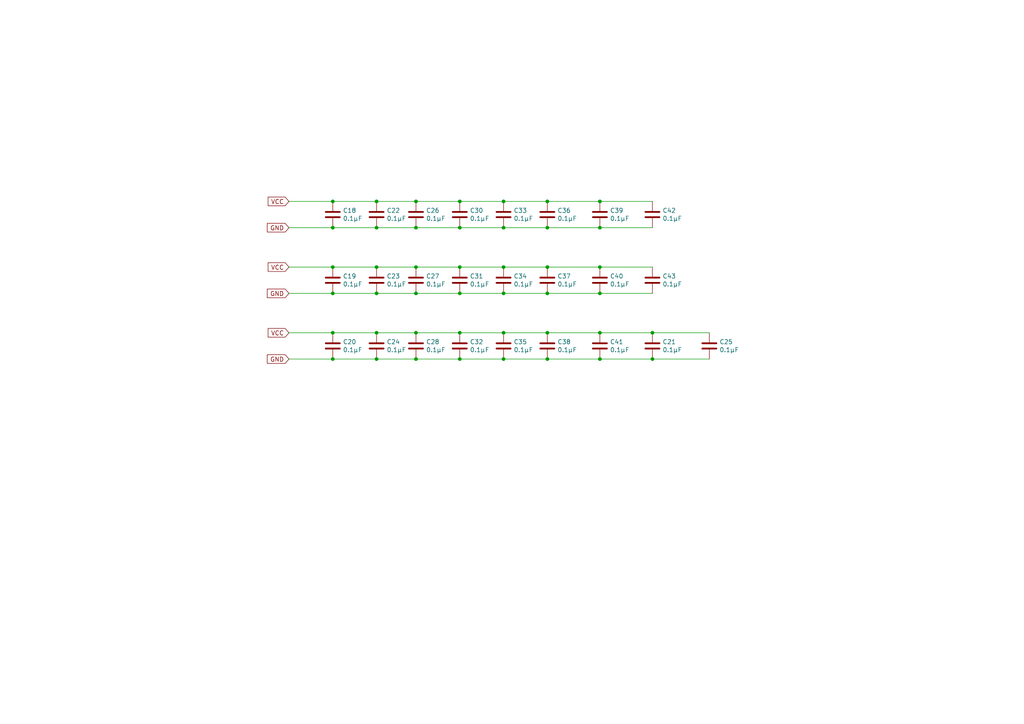
<source format=kicad_sch>
(kicad_sch (version 20211123) (generator eeschema)

  (uuid 880ba432-c50a-4b2f-a9a6-c3c488611a8e)

  (paper "A4")

  (lib_symbols
    (symbol "Device:C" (pin_numbers hide) (pin_names (offset 0.254)) (in_bom yes) (on_board yes)
      (property "Reference" "C" (id 0) (at 0.635 2.54 0)
        (effects (font (size 1.27 1.27)) (justify left))
      )
      (property "Value" "C" (id 1) (at 0.635 -2.54 0)
        (effects (font (size 1.27 1.27)) (justify left))
      )
      (property "Footprint" "" (id 2) (at 0.9652 -3.81 0)
        (effects (font (size 1.27 1.27)) hide)
      )
      (property "Datasheet" "~" (id 3) (at 0 0 0)
        (effects (font (size 1.27 1.27)) hide)
      )
      (property "ki_keywords" "cap capacitor" (id 4) (at 0 0 0)
        (effects (font (size 1.27 1.27)) hide)
      )
      (property "ki_description" "Unpolarized capacitor" (id 5) (at 0 0 0)
        (effects (font (size 1.27 1.27)) hide)
      )
      (property "ki_fp_filters" "C_*" (id 6) (at 0 0 0)
        (effects (font (size 1.27 1.27)) hide)
      )
      (symbol "C_0_1"
        (polyline
          (pts
            (xy -2.032 -0.762)
            (xy 2.032 -0.762)
          )
          (stroke (width 0.508) (type default) (color 0 0 0 0))
          (fill (type none))
        )
        (polyline
          (pts
            (xy -2.032 0.762)
            (xy 2.032 0.762)
          )
          (stroke (width 0.508) (type default) (color 0 0 0 0))
          (fill (type none))
        )
      )
      (symbol "C_1_1"
        (pin passive line (at 0 3.81 270) (length 2.794)
          (name "~" (effects (font (size 1.27 1.27))))
          (number "1" (effects (font (size 1.27 1.27))))
        )
        (pin passive line (at 0 -3.81 90) (length 2.794)
          (name "~" (effects (font (size 1.27 1.27))))
          (number "2" (effects (font (size 1.27 1.27))))
        )
      )
    )
  )

  (junction (at 173.99 85.09) (diameter 0) (color 0 0 0 0)
    (uuid 022588e0-b13d-437f-9bcd-269592ad2f45)
  )
  (junction (at 146.05 77.47) (diameter 0) (color 0 0 0 0)
    (uuid 036b8512-01d7-4ae8-9424-98a629a13916)
  )
  (junction (at 120.65 85.09) (diameter 0) (color 0 0 0 0)
    (uuid 07067c34-b193-4bcc-8190-0c57a59672eb)
  )
  (junction (at 173.99 96.52) (diameter 0) (color 0 0 0 0)
    (uuid 10dda8f1-14f0-446d-8ea7-81df64918feb)
  )
  (junction (at 109.22 104.14) (diameter 0) (color 0 0 0 0)
    (uuid 11ea1c47-8880-4fac-a338-56dc8fefb047)
  )
  (junction (at 109.22 58.42) (diameter 0) (color 0 0 0 0)
    (uuid 13c9edbf-ab0f-4e5e-abd7-cb71a5bf87c6)
  )
  (junction (at 96.52 66.04) (diameter 0) (color 0 0 0 0)
    (uuid 143cd98e-d241-4adb-8e38-e0bbbb18bcaa)
  )
  (junction (at 120.65 77.47) (diameter 0) (color 0 0 0 0)
    (uuid 16ba8369-95ab-4a20-a222-c5f04dcbaf42)
  )
  (junction (at 120.65 58.42) (diameter 0) (color 0 0 0 0)
    (uuid 185fa3f1-1de2-4428-9b51-b1ee823256cb)
  )
  (junction (at 146.05 58.42) (diameter 0) (color 0 0 0 0)
    (uuid 214d6226-3348-429a-b28a-d46a173557ea)
  )
  (junction (at 146.05 104.14) (diameter 0) (color 0 0 0 0)
    (uuid 22007492-0955-49b9-aba5-ba108046ec8c)
  )
  (junction (at 173.99 58.42) (diameter 0) (color 0 0 0 0)
    (uuid 2a72fbc5-e712-4285-8bc9-65a5a2b25e3d)
  )
  (junction (at 109.22 96.52) (diameter 0) (color 0 0 0 0)
    (uuid 2f79b45c-a332-472d-bc41-f58511c6b165)
  )
  (junction (at 120.65 104.14) (diameter 0) (color 0 0 0 0)
    (uuid 37502108-2b28-4507-ab87-1303c1350c7b)
  )
  (junction (at 96.52 96.52) (diameter 0) (color 0 0 0 0)
    (uuid 383eddb9-0218-4782-b725-55439cf98f8c)
  )
  (junction (at 133.35 85.09) (diameter 0) (color 0 0 0 0)
    (uuid 480a702d-a1ac-40af-9585-0034553e6350)
  )
  (junction (at 146.05 96.52) (diameter 0) (color 0 0 0 0)
    (uuid 4cb1769b-3ada-4056-9b23-6697076152db)
  )
  (junction (at 109.22 66.04) (diameter 0) (color 0 0 0 0)
    (uuid 52a3a5a3-e713-4d78-af0b-4522e02272d9)
  )
  (junction (at 189.23 96.52) (diameter 0) (color 0 0 0 0)
    (uuid 54a3f7bd-8838-44a0-932f-9a4c99be2a61)
  )
  (junction (at 189.23 104.14) (diameter 0) (color 0 0 0 0)
    (uuid 61bc4bcb-3563-4b18-96e2-a419574ed3f5)
  )
  (junction (at 146.05 85.09) (diameter 0) (color 0 0 0 0)
    (uuid 655370de-bd34-4907-8ca8-be3c06ec68ac)
  )
  (junction (at 133.35 96.52) (diameter 0) (color 0 0 0 0)
    (uuid 65a31600-988a-4b5c-91a6-993c9e6e7139)
  )
  (junction (at 158.75 96.52) (diameter 0) (color 0 0 0 0)
    (uuid 69aea7f8-a831-4163-9467-4da4756a6361)
  )
  (junction (at 173.99 66.04) (diameter 0) (color 0 0 0 0)
    (uuid 6ce6ab32-0e55-4b5a-a665-941342973e5a)
  )
  (junction (at 158.75 104.14) (diameter 0) (color 0 0 0 0)
    (uuid 6f37ec1e-5ad3-479c-9ed2-3de6142dc42f)
  )
  (junction (at 96.52 58.42) (diameter 0) (color 0 0 0 0)
    (uuid 75a2dcd3-f42f-4845-94c2-372f857d4215)
  )
  (junction (at 158.75 77.47) (diameter 0) (color 0 0 0 0)
    (uuid 77ca074f-5c0b-445f-8438-fca5403fe42d)
  )
  (junction (at 96.52 104.14) (diameter 0) (color 0 0 0 0)
    (uuid 818162f0-7088-4588-ba3c-976a300420af)
  )
  (junction (at 173.99 104.14) (diameter 0) (color 0 0 0 0)
    (uuid 872e537f-1674-49a5-b2c1-e9244eb53643)
  )
  (junction (at 109.22 77.47) (diameter 0) (color 0 0 0 0)
    (uuid 8fdfa8dd-47a9-47f2-ae99-4ae68b49f013)
  )
  (junction (at 133.35 58.42) (diameter 0) (color 0 0 0 0)
    (uuid 939875b7-4ee1-4e8d-9f3f-1531879577e2)
  )
  (junction (at 158.75 66.04) (diameter 0) (color 0 0 0 0)
    (uuid 9bcd2878-10cf-472e-a1fd-71c1805987cf)
  )
  (junction (at 133.35 66.04) (diameter 0) (color 0 0 0 0)
    (uuid a18ce9ee-c2fc-447e-8fff-9e1e71300619)
  )
  (junction (at 109.22 85.09) (diameter 0) (color 0 0 0 0)
    (uuid a3aee7a6-0b89-43d3-890d-469217b0e0ba)
  )
  (junction (at 133.35 104.14) (diameter 0) (color 0 0 0 0)
    (uuid afb4dc57-44f0-4104-973f-7939094c9f14)
  )
  (junction (at 96.52 77.47) (diameter 0) (color 0 0 0 0)
    (uuid b1ed9efb-ecca-4eab-9082-788166da5fb1)
  )
  (junction (at 146.05 66.04) (diameter 0) (color 0 0 0 0)
    (uuid b9bdee76-c9f4-40f5-a41c-7a6ed68f108c)
  )
  (junction (at 158.75 58.42) (diameter 0) (color 0 0 0 0)
    (uuid c96a5cf7-4086-4138-aa83-e67b5d83f714)
  )
  (junction (at 96.52 85.09) (diameter 0) (color 0 0 0 0)
    (uuid d0eeefca-2008-465d-b17e-fe68762a961f)
  )
  (junction (at 120.65 96.52) (diameter 0) (color 0 0 0 0)
    (uuid d3ed3a63-2204-4727-b617-fe8577de5a2d)
  )
  (junction (at 133.35 77.47) (diameter 0) (color 0 0 0 0)
    (uuid ed28890b-dae6-4e1b-9345-4d50f6e2842f)
  )
  (junction (at 158.75 85.09) (diameter 0) (color 0 0 0 0)
    (uuid f289db53-328c-47da-abea-179bbf876232)
  )
  (junction (at 173.99 77.47) (diameter 0) (color 0 0 0 0)
    (uuid fcdd94e9-17c9-4fd7-80c5-d262fc6d37bb)
  )
  (junction (at 120.65 66.04) (diameter 0) (color 0 0 0 0)
    (uuid fd92efa1-1552-4631-9087-ed01ff830b16)
  )

  (wire (pts (xy 158.75 85.09) (xy 173.99 85.09))
    (stroke (width 0) (type default) (color 0 0 0 0))
    (uuid 011fc6bd-e7cb-4071-a1d2-f8a1eca69168)
  )
  (wire (pts (xy 109.22 58.42) (xy 120.65 58.42))
    (stroke (width 0) (type default) (color 0 0 0 0))
    (uuid 0cbf7c08-ad4e-4707-9ea8-15a023aebec3)
  )
  (wire (pts (xy 83.82 85.09) (xy 96.52 85.09))
    (stroke (width 0) (type default) (color 0 0 0 0))
    (uuid 0d1cbb31-5464-433a-9655-36c4f062bc4b)
  )
  (wire (pts (xy 146.05 77.47) (xy 158.75 77.47))
    (stroke (width 0) (type default) (color 0 0 0 0))
    (uuid 1032086f-40cf-4a4b-90d9-e4e1fa5ef4b4)
  )
  (wire (pts (xy 133.35 77.47) (xy 146.05 77.47))
    (stroke (width 0) (type default) (color 0 0 0 0))
    (uuid 20600580-c0b1-4dc1-ae50-e9587f54d359)
  )
  (wire (pts (xy 173.99 66.04) (xy 189.23 66.04))
    (stroke (width 0) (type default) (color 0 0 0 0))
    (uuid 21d127de-8af5-4d67-bee3-714d5b8b9cc4)
  )
  (wire (pts (xy 109.22 104.14) (xy 120.65 104.14))
    (stroke (width 0) (type default) (color 0 0 0 0))
    (uuid 23353379-a930-409b-aa7c-d29820afafbd)
  )
  (wire (pts (xy 146.05 66.04) (xy 158.75 66.04))
    (stroke (width 0) (type default) (color 0 0 0 0))
    (uuid 25b84217-1b2c-403c-82dd-dd0b27f79c31)
  )
  (wire (pts (xy 133.35 85.09) (xy 146.05 85.09))
    (stroke (width 0) (type default) (color 0 0 0 0))
    (uuid 2a83413a-6337-4302-97c8-0ecd1106e7f3)
  )
  (wire (pts (xy 96.52 66.04) (xy 109.22 66.04))
    (stroke (width 0) (type default) (color 0 0 0 0))
    (uuid 2f50f7c0-6612-43d1-a259-1dfd1fef1298)
  )
  (wire (pts (xy 173.99 104.14) (xy 189.23 104.14))
    (stroke (width 0) (type default) (color 0 0 0 0))
    (uuid 3647f299-acdd-4daf-a99c-28635f573437)
  )
  (wire (pts (xy 96.52 104.14) (xy 109.22 104.14))
    (stroke (width 0) (type default) (color 0 0 0 0))
    (uuid 3a885871-015c-499b-a1d3-b84195095fc7)
  )
  (wire (pts (xy 146.05 96.52) (xy 158.75 96.52))
    (stroke (width 0) (type default) (color 0 0 0 0))
    (uuid 3ed2bd3c-5098-4937-9e45-75ccca522d6b)
  )
  (wire (pts (xy 189.23 104.14) (xy 205.74 104.14))
    (stroke (width 0) (type default) (color 0 0 0 0))
    (uuid 431cda09-502a-4478-9a72-544b5b31e882)
  )
  (wire (pts (xy 83.82 66.04) (xy 96.52 66.04))
    (stroke (width 0) (type default) (color 0 0 0 0))
    (uuid 45f0cb1c-4985-416b-8747-faea2a2643af)
  )
  (wire (pts (xy 83.82 104.14) (xy 96.52 104.14))
    (stroke (width 0) (type default) (color 0 0 0 0))
    (uuid 4711a164-c77c-4f6a-853c-37761102f3cf)
  )
  (wire (pts (xy 133.35 58.42) (xy 146.05 58.42))
    (stroke (width 0) (type default) (color 0 0 0 0))
    (uuid 48d0d741-bfa4-4f11-ae9f-367490396969)
  )
  (wire (pts (xy 158.75 66.04) (xy 173.99 66.04))
    (stroke (width 0) (type default) (color 0 0 0 0))
    (uuid 515824bf-03d8-49cc-acba-7fc50cd35a17)
  )
  (wire (pts (xy 173.99 58.42) (xy 189.23 58.42))
    (stroke (width 0) (type default) (color 0 0 0 0))
    (uuid 5b2643ee-88a5-4933-a722-50cbd901a5cf)
  )
  (wire (pts (xy 83.82 58.42) (xy 96.52 58.42))
    (stroke (width 0) (type default) (color 0 0 0 0))
    (uuid 5ee8cd1e-4cad-486e-8310-ac9a25926b7c)
  )
  (wire (pts (xy 158.75 104.14) (xy 173.99 104.14))
    (stroke (width 0) (type default) (color 0 0 0 0))
    (uuid 62985acd-3af1-4d76-9511-76ab223b026f)
  )
  (wire (pts (xy 146.05 104.14) (xy 158.75 104.14))
    (stroke (width 0) (type default) (color 0 0 0 0))
    (uuid 6ab46ec1-36a1-49e5-b4a7-6a23b53c3882)
  )
  (wire (pts (xy 158.75 58.42) (xy 173.99 58.42))
    (stroke (width 0) (type default) (color 0 0 0 0))
    (uuid 6de417c4-bbd8-4baa-9d56-4b30a455e9c2)
  )
  (wire (pts (xy 120.65 96.52) (xy 133.35 96.52))
    (stroke (width 0) (type default) (color 0 0 0 0))
    (uuid 78e1aefb-c867-4fd5-8894-afd84cfae35d)
  )
  (wire (pts (xy 109.22 77.47) (xy 120.65 77.47))
    (stroke (width 0) (type default) (color 0 0 0 0))
    (uuid 7d3538ba-8c1d-4b31-8c26-332f004a66b4)
  )
  (wire (pts (xy 133.35 96.52) (xy 146.05 96.52))
    (stroke (width 0) (type default) (color 0 0 0 0))
    (uuid 7fba9bc4-e2fc-44db-becb-824fa6b8bfd4)
  )
  (wire (pts (xy 120.65 66.04) (xy 133.35 66.04))
    (stroke (width 0) (type default) (color 0 0 0 0))
    (uuid 850be0da-daf7-4941-890b-6033e5b9949a)
  )
  (wire (pts (xy 83.82 96.52) (xy 96.52 96.52))
    (stroke (width 0) (type default) (color 0 0 0 0))
    (uuid 86009623-7ac8-4978-80ef-a88341abc73b)
  )
  (wire (pts (xy 158.75 96.52) (xy 173.99 96.52))
    (stroke (width 0) (type default) (color 0 0 0 0))
    (uuid 899dc87f-c173-422f-baae-91407167e130)
  )
  (wire (pts (xy 96.52 96.52) (xy 109.22 96.52))
    (stroke (width 0) (type default) (color 0 0 0 0))
    (uuid 8c11e7ec-5b3a-4ce8-907d-0c3c7a56d260)
  )
  (wire (pts (xy 120.65 77.47) (xy 133.35 77.47))
    (stroke (width 0) (type default) (color 0 0 0 0))
    (uuid 93805ac1-5511-4b97-b528-5ded5985246e)
  )
  (wire (pts (xy 83.82 77.47) (xy 96.52 77.47))
    (stroke (width 0) (type default) (color 0 0 0 0))
    (uuid 9919273f-c910-496e-8488-4b7a73407272)
  )
  (wire (pts (xy 146.05 85.09) (xy 158.75 85.09))
    (stroke (width 0) (type default) (color 0 0 0 0))
    (uuid a035b958-9e1d-48d1-995e-9de4d0511a05)
  )
  (wire (pts (xy 173.99 96.52) (xy 189.23 96.52))
    (stroke (width 0) (type default) (color 0 0 0 0))
    (uuid a19e9908-adfd-4956-930a-af07cee75959)
  )
  (wire (pts (xy 158.75 77.47) (xy 173.99 77.47))
    (stroke (width 0) (type default) (color 0 0 0 0))
    (uuid a524fc8f-8ade-4cb9-a3b4-3aa2fc51d32e)
  )
  (wire (pts (xy 109.22 66.04) (xy 120.65 66.04))
    (stroke (width 0) (type default) (color 0 0 0 0))
    (uuid c16e794b-f798-4dc8-9327-6ed8af66fc09)
  )
  (wire (pts (xy 96.52 58.42) (xy 109.22 58.42))
    (stroke (width 0) (type default) (color 0 0 0 0))
    (uuid c7bc51cd-515e-4367-ab8a-c044266252d0)
  )
  (wire (pts (xy 120.65 104.14) (xy 133.35 104.14))
    (stroke (width 0) (type default) (color 0 0 0 0))
    (uuid d1f9c65f-de01-47f2-ba4a-abbe15e4014e)
  )
  (wire (pts (xy 120.65 58.42) (xy 133.35 58.42))
    (stroke (width 0) (type default) (color 0 0 0 0))
    (uuid d25393d8-853d-4730-8877-120beda1dfef)
  )
  (wire (pts (xy 96.52 77.47) (xy 109.22 77.47))
    (stroke (width 0) (type default) (color 0 0 0 0))
    (uuid e1a69590-8f29-4d86-b839-def932359d56)
  )
  (wire (pts (xy 189.23 96.52) (xy 205.74 96.52))
    (stroke (width 0) (type default) (color 0 0 0 0))
    (uuid e61c85fe-5e7d-4363-afd0-6f19adce864b)
  )
  (wire (pts (xy 146.05 58.42) (xy 158.75 58.42))
    (stroke (width 0) (type default) (color 0 0 0 0))
    (uuid e8597d5f-e0bb-4d0f-ade4-44ca6c12c3d1)
  )
  (wire (pts (xy 109.22 85.09) (xy 120.65 85.09))
    (stroke (width 0) (type default) (color 0 0 0 0))
    (uuid ec53828e-8f84-4d57-89ec-f3dfe58594da)
  )
  (wire (pts (xy 109.22 96.52) (xy 120.65 96.52))
    (stroke (width 0) (type default) (color 0 0 0 0))
    (uuid f55b6ce7-6069-4bae-a7df-8f42f38a098d)
  )
  (wire (pts (xy 96.52 85.09) (xy 109.22 85.09))
    (stroke (width 0) (type default) (color 0 0 0 0))
    (uuid f6531c14-dda4-4ea4-8b95-9269eda40691)
  )
  (wire (pts (xy 173.99 85.09) (xy 189.23 85.09))
    (stroke (width 0) (type default) (color 0 0 0 0))
    (uuid f74945b1-5f4c-4768-a2f8-0fe6543c9c3e)
  )
  (wire (pts (xy 133.35 104.14) (xy 146.05 104.14))
    (stroke (width 0) (type default) (color 0 0 0 0))
    (uuid f8326d52-f3d1-4639-a238-1cad6d0096e2)
  )
  (wire (pts (xy 173.99 77.47) (xy 189.23 77.47))
    (stroke (width 0) (type default) (color 0 0 0 0))
    (uuid f8c5a038-0e62-4b1b-93a0-866aa9be0c8f)
  )
  (wire (pts (xy 133.35 66.04) (xy 146.05 66.04))
    (stroke (width 0) (type default) (color 0 0 0 0))
    (uuid fb9d936b-7529-4cdc-9e50-64ef15b6fdc1)
  )
  (wire (pts (xy 120.65 85.09) (xy 133.35 85.09))
    (stroke (width 0) (type default) (color 0 0 0 0))
    (uuid ffb37e21-aabd-4773-91e8-844a832dbde9)
  )

  (global_label "VCC" (shape input) (at 83.82 77.47 180) (fields_autoplaced)
    (effects (font (size 1.27 1.27)) (justify right))
    (uuid 0f2ae6fb-e917-45cd-a52a-30c6be887bc5)
    (property "Intersheet References" "${INTERSHEET_REFS}" (id 0) (at 22.86 -85.09 0)
      (effects (font (size 1.27 1.27)) hide)
    )
  )
  (global_label "GND" (shape input) (at 83.82 66.04 180) (fields_autoplaced)
    (effects (font (size 1.27 1.27)) (justify right))
    (uuid 2cfc4d8d-11d8-46a5-9811-89e52e5150ee)
    (property "Intersheet References" "${INTERSHEET_REFS}" (id 0) (at 22.86 -104.14 0)
      (effects (font (size 1.27 1.27)) hide)
    )
  )
  (global_label "VCC" (shape input) (at 83.82 96.52 180) (fields_autoplaced)
    (effects (font (size 1.27 1.27)) (justify right))
    (uuid 6a3904f3-8abc-47bd-8fbc-6ea304d803f4)
    (property "Intersheet References" "${INTERSHEET_REFS}" (id 0) (at 22.86 -66.04 0)
      (effects (font (size 1.27 1.27)) hide)
    )
  )
  (global_label "GND" (shape input) (at 83.82 85.09 180) (fields_autoplaced)
    (effects (font (size 1.27 1.27)) (justify right))
    (uuid bd63eadf-7782-406e-9dd5-16b8427d2a9d)
    (property "Intersheet References" "${INTERSHEET_REFS}" (id 0) (at 22.86 -85.09 0)
      (effects (font (size 1.27 1.27)) hide)
    )
  )
  (global_label "VCC" (shape input) (at 83.82 58.42 180) (fields_autoplaced)
    (effects (font (size 1.27 1.27)) (justify right))
    (uuid bdf521cd-0cd6-4292-bcef-621d830b7f64)
    (property "Intersheet References" "${INTERSHEET_REFS}" (id 0) (at 22.86 -104.14 0)
      (effects (font (size 1.27 1.27)) hide)
    )
  )
  (global_label "GND" (shape input) (at 83.82 104.14 180) (fields_autoplaced)
    (effects (font (size 1.27 1.27)) (justify right))
    (uuid eff80dff-0e4c-4acd-8821-af2ff0b209ea)
    (property "Intersheet References" "${INTERSHEET_REFS}" (id 0) (at 22.86 -66.04 0)
      (effects (font (size 1.27 1.27)) hide)
    )
  )

  (symbol (lib_id "Device:C") (at 109.22 62.23 0) (unit 1)
    (in_bom yes) (on_board yes)
    (uuid 02c61f55-28d9-4cae-8788-a761ecd2bc95)
    (property "Reference" "C22" (id 0) (at 112.141 61.0616 0)
      (effects (font (size 1.27 1.27)) (justify left))
    )
    (property "Value" "0.1µF" (id 1) (at 112.141 63.373 0)
      (effects (font (size 1.27 1.27)) (justify left))
    )
    (property "Footprint" "Capacitor_THT:C_Axial_L3.8mm_D2.6mm_P7.50mm_Horizontal" (id 2) (at 110.1852 66.04 0)
      (effects (font (size 1.27 1.27)) hide)
    )
    (property "Datasheet" "~" (id 3) (at 109.22 62.23 0)
      (effects (font (size 1.27 1.27)) hide)
    )
    (pin "1" (uuid cd6133ce-3f09-4e05-8b2e-56d13caafed7))
    (pin "2" (uuid d3ec83ce-c079-49ef-9c38-defae90f8217))
  )

  (symbol (lib_id "Device:C") (at 96.52 100.33 0) (unit 1)
    (in_bom yes) (on_board yes)
    (uuid 0a725fda-6c71-49c2-93e3-ffb52c84e666)
    (property "Reference" "C20" (id 0) (at 99.441 99.1616 0)
      (effects (font (size 1.27 1.27)) (justify left))
    )
    (property "Value" "0.1µF" (id 1) (at 99.441 101.473 0)
      (effects (font (size 1.27 1.27)) (justify left))
    )
    (property "Footprint" "Capacitor_THT:C_Axial_L3.8mm_D2.6mm_P7.50mm_Horizontal" (id 2) (at 97.4852 104.14 0)
      (effects (font (size 1.27 1.27)) hide)
    )
    (property "Datasheet" "~" (id 3) (at 96.52 100.33 0)
      (effects (font (size 1.27 1.27)) hide)
    )
    (pin "1" (uuid f7ca0fa8-4a41-4858-81a0-09d21da98c81))
    (pin "2" (uuid def8c608-222a-4f9f-8fde-c4873846e653))
  )

  (symbol (lib_id "Device:C") (at 158.75 62.23 0) (unit 1)
    (in_bom yes) (on_board yes)
    (uuid 0f2ecd22-8cf6-411a-acd1-dc5143c98339)
    (property "Reference" "C36" (id 0) (at 161.671 61.0616 0)
      (effects (font (size 1.27 1.27)) (justify left))
    )
    (property "Value" "0.1µF" (id 1) (at 161.671 63.373 0)
      (effects (font (size 1.27 1.27)) (justify left))
    )
    (property "Footprint" "Capacitor_THT:C_Axial_L3.8mm_D2.6mm_P7.50mm_Horizontal" (id 2) (at 159.7152 66.04 0)
      (effects (font (size 1.27 1.27)) hide)
    )
    (property "Datasheet" "~" (id 3) (at 158.75 62.23 0)
      (effects (font (size 1.27 1.27)) hide)
    )
    (pin "1" (uuid c70433da-518d-4f6f-b70f-f65588b23fca))
    (pin "2" (uuid 15a8a489-4ac5-45c9-8e53-b1e871050f21))
  )

  (symbol (lib_id "Device:C") (at 146.05 100.33 0) (unit 1)
    (in_bom yes) (on_board yes)
    (uuid 1e0c96f1-4cb0-4ec4-a8da-0efa97d35534)
    (property "Reference" "C35" (id 0) (at 148.971 99.1616 0)
      (effects (font (size 1.27 1.27)) (justify left))
    )
    (property "Value" "0.1µF" (id 1) (at 148.971 101.473 0)
      (effects (font (size 1.27 1.27)) (justify left))
    )
    (property "Footprint" "Capacitor_THT:C_Axial_L3.8mm_D2.6mm_P7.50mm_Horizontal" (id 2) (at 147.0152 104.14 0)
      (effects (font (size 1.27 1.27)) hide)
    )
    (property "Datasheet" "~" (id 3) (at 146.05 100.33 0)
      (effects (font (size 1.27 1.27)) hide)
    )
    (pin "1" (uuid ea2a5664-b0d4-4223-b91e-89fc4e4db5eb))
    (pin "2" (uuid 606af7ad-77da-44f5-802d-adfc626edc22))
  )

  (symbol (lib_id "Device:C") (at 96.52 62.23 0) (unit 1)
    (in_bom yes) (on_board yes)
    (uuid 226a4932-4bd3-4d3e-8af3-331e4b111269)
    (property "Reference" "C18" (id 0) (at 99.441 61.0616 0)
      (effects (font (size 1.27 1.27)) (justify left))
    )
    (property "Value" "0.1µF" (id 1) (at 99.441 63.373 0)
      (effects (font (size 1.27 1.27)) (justify left))
    )
    (property "Footprint" "Capacitor_THT:C_Axial_L3.8mm_D2.6mm_P7.50mm_Horizontal" (id 2) (at 97.4852 66.04 0)
      (effects (font (size 1.27 1.27)) hide)
    )
    (property "Datasheet" "~" (id 3) (at 96.52 62.23 0)
      (effects (font (size 1.27 1.27)) hide)
    )
    (pin "1" (uuid 5bfe1e3a-f3eb-4795-be00-cb24530fa3ee))
    (pin "2" (uuid d88a69b3-9a87-4ca4-b861-7d00e0163a7e))
  )

  (symbol (lib_id "Device:C") (at 109.22 100.33 0) (unit 1)
    (in_bom yes) (on_board yes)
    (uuid 22b6af12-1c41-4ee9-83dd-68e965ec3579)
    (property "Reference" "C24" (id 0) (at 112.141 99.1616 0)
      (effects (font (size 1.27 1.27)) (justify left))
    )
    (property "Value" "0.1µF" (id 1) (at 112.141 101.473 0)
      (effects (font (size 1.27 1.27)) (justify left))
    )
    (property "Footprint" "Capacitor_THT:C_Axial_L3.8mm_D2.6mm_P7.50mm_Horizontal" (id 2) (at 110.1852 104.14 0)
      (effects (font (size 1.27 1.27)) hide)
    )
    (property "Datasheet" "~" (id 3) (at 109.22 100.33 0)
      (effects (font (size 1.27 1.27)) hide)
    )
    (pin "1" (uuid e3304c32-85bb-47dc-bff0-30361c6ad72f))
    (pin "2" (uuid 296dd259-ff52-41d2-ab92-14031e680d6f))
  )

  (symbol (lib_id "Device:C") (at 173.99 100.33 0) (unit 1)
    (in_bom yes) (on_board yes)
    (uuid 286c7be9-8fd0-4483-9b0e-097282ec6bb7)
    (property "Reference" "C41" (id 0) (at 176.911 99.1616 0)
      (effects (font (size 1.27 1.27)) (justify left))
    )
    (property "Value" "0.1µF" (id 1) (at 176.911 101.473 0)
      (effects (font (size 1.27 1.27)) (justify left))
    )
    (property "Footprint" "Capacitor_THT:C_Axial_L3.8mm_D2.6mm_P7.50mm_Horizontal" (id 2) (at 174.9552 104.14 0)
      (effects (font (size 1.27 1.27)) hide)
    )
    (property "Datasheet" "~" (id 3) (at 173.99 100.33 0)
      (effects (font (size 1.27 1.27)) hide)
    )
    (pin "1" (uuid 730b84ae-4989-4f2a-b7fc-c033185601a5))
    (pin "2" (uuid 39095696-7d74-4250-9b9e-a8a6c38f5c37))
  )

  (symbol (lib_id "Device:C") (at 189.23 100.33 0) (unit 1)
    (in_bom yes) (on_board yes)
    (uuid 29ec951d-8b3f-4aa5-8da3-398e1e6a8889)
    (property "Reference" "C21" (id 0) (at 192.151 99.1616 0)
      (effects (font (size 1.27 1.27)) (justify left))
    )
    (property "Value" "0.1µF" (id 1) (at 192.151 101.473 0)
      (effects (font (size 1.27 1.27)) (justify left))
    )
    (property "Footprint" "Capacitor_THT:C_Axial_L3.8mm_D2.6mm_P7.50mm_Horizontal" (id 2) (at 190.1952 104.14 0)
      (effects (font (size 1.27 1.27)) hide)
    )
    (property "Datasheet" "~" (id 3) (at 189.23 100.33 0)
      (effects (font (size 1.27 1.27)) hide)
    )
    (pin "1" (uuid 76a9a121-00a0-404c-be31-239ca310200f))
    (pin "2" (uuid ea29eb5f-b10b-4841-8b11-0de865c8de30))
  )

  (symbol (lib_id "Device:C") (at 120.65 81.28 0) (unit 1)
    (in_bom yes) (on_board yes)
    (uuid 2ce30ba4-6887-4f4f-8216-36aae3bef2cf)
    (property "Reference" "C27" (id 0) (at 123.571 80.1116 0)
      (effects (font (size 1.27 1.27)) (justify left))
    )
    (property "Value" "0.1µF" (id 1) (at 123.571 82.423 0)
      (effects (font (size 1.27 1.27)) (justify left))
    )
    (property "Footprint" "Capacitor_THT:C_Axial_L3.8mm_D2.6mm_P7.50mm_Horizontal" (id 2) (at 121.6152 85.09 0)
      (effects (font (size 1.27 1.27)) hide)
    )
    (property "Datasheet" "~" (id 3) (at 120.65 81.28 0)
      (effects (font (size 1.27 1.27)) hide)
    )
    (pin "1" (uuid 84bc9aaf-fbec-4260-b57a-634597f20664))
    (pin "2" (uuid cf47df3c-73da-42a9-8751-cf1a2e579898))
  )

  (symbol (lib_id "Device:C") (at 133.35 81.28 0) (unit 1)
    (in_bom yes) (on_board yes)
    (uuid 2f9f4e71-ded0-4bb8-a6b4-43c7f9d6a6f9)
    (property "Reference" "C31" (id 0) (at 136.271 80.1116 0)
      (effects (font (size 1.27 1.27)) (justify left))
    )
    (property "Value" "0.1µF" (id 1) (at 136.271 82.423 0)
      (effects (font (size 1.27 1.27)) (justify left))
    )
    (property "Footprint" "Capacitor_THT:C_Axial_L3.8mm_D2.6mm_P7.50mm_Horizontal" (id 2) (at 134.3152 85.09 0)
      (effects (font (size 1.27 1.27)) hide)
    )
    (property "Datasheet" "~" (id 3) (at 133.35 81.28 0)
      (effects (font (size 1.27 1.27)) hide)
    )
    (pin "1" (uuid 7f1a2d8e-09cd-4fae-96e6-4c095e89e879))
    (pin "2" (uuid 38fc3b8b-723f-4c6e-b39a-6b1f475acf12))
  )

  (symbol (lib_id "Device:C") (at 109.22 81.28 0) (unit 1)
    (in_bom yes) (on_board yes)
    (uuid 39c78dd1-16f6-4fdf-9283-ff88510e81ef)
    (property "Reference" "C23" (id 0) (at 112.141 80.1116 0)
      (effects (font (size 1.27 1.27)) (justify left))
    )
    (property "Value" "0.1µF" (id 1) (at 112.141 82.423 0)
      (effects (font (size 1.27 1.27)) (justify left))
    )
    (property "Footprint" "Capacitor_THT:C_Axial_L3.8mm_D2.6mm_P7.50mm_Horizontal" (id 2) (at 110.1852 85.09 0)
      (effects (font (size 1.27 1.27)) hide)
    )
    (property "Datasheet" "~" (id 3) (at 109.22 81.28 0)
      (effects (font (size 1.27 1.27)) hide)
    )
    (pin "1" (uuid 74d1211e-1eaf-41d4-a3c6-dbfaac9bf572))
    (pin "2" (uuid 3d088127-dae6-44a6-a64c-82059ff710a7))
  )

  (symbol (lib_id "Device:C") (at 158.75 81.28 0) (unit 1)
    (in_bom yes) (on_board yes)
    (uuid 3e3e6232-20ab-4d9f-8b9a-24f00b61aa80)
    (property "Reference" "C37" (id 0) (at 161.671 80.1116 0)
      (effects (font (size 1.27 1.27)) (justify left))
    )
    (property "Value" "0.1µF" (id 1) (at 161.671 82.423 0)
      (effects (font (size 1.27 1.27)) (justify left))
    )
    (property "Footprint" "Capacitor_THT:C_Axial_L3.8mm_D2.6mm_P7.50mm_Horizontal" (id 2) (at 159.7152 85.09 0)
      (effects (font (size 1.27 1.27)) hide)
    )
    (property "Datasheet" "~" (id 3) (at 158.75 81.28 0)
      (effects (font (size 1.27 1.27)) hide)
    )
    (pin "1" (uuid d815936f-2fd8-42ff-8492-9a017d7ffcab))
    (pin "2" (uuid df99cc46-db81-47e7-ad9c-fea7813c17f9))
  )

  (symbol (lib_id "Device:C") (at 189.23 81.28 0) (unit 1)
    (in_bom yes) (on_board yes)
    (uuid 4abc3c3a-20ae-42ae-815d-48af5fa75a8d)
    (property "Reference" "C43" (id 0) (at 192.151 80.1116 0)
      (effects (font (size 1.27 1.27)) (justify left))
    )
    (property "Value" "0.1µF" (id 1) (at 192.151 82.423 0)
      (effects (font (size 1.27 1.27)) (justify left))
    )
    (property "Footprint" "Capacitor_THT:C_Axial_L3.8mm_D2.6mm_P7.50mm_Horizontal" (id 2) (at 190.1952 85.09 0)
      (effects (font (size 1.27 1.27)) hide)
    )
    (property "Datasheet" "~" (id 3) (at 189.23 81.28 0)
      (effects (font (size 1.27 1.27)) hide)
    )
    (pin "1" (uuid c0049aa2-3bdc-4dd1-b1bc-dd98b973c717))
    (pin "2" (uuid 1d7f335e-bdf6-478c-bf9b-e7fe4a8677ec))
  )

  (symbol (lib_id "Device:C") (at 158.75 100.33 0) (unit 1)
    (in_bom yes) (on_board yes)
    (uuid 55dd7a9c-1364-4230-9a96-2bd8623ea9ec)
    (property "Reference" "C38" (id 0) (at 161.671 99.1616 0)
      (effects (font (size 1.27 1.27)) (justify left))
    )
    (property "Value" "0.1µF" (id 1) (at 161.671 101.473 0)
      (effects (font (size 1.27 1.27)) (justify left))
    )
    (property "Footprint" "Capacitor_THT:C_Axial_L3.8mm_D2.6mm_P7.50mm_Horizontal" (id 2) (at 159.7152 104.14 0)
      (effects (font (size 1.27 1.27)) hide)
    )
    (property "Datasheet" "~" (id 3) (at 158.75 100.33 0)
      (effects (font (size 1.27 1.27)) hide)
    )
    (pin "1" (uuid 2e2ec15f-3f47-4075-a5fa-1441e8c7ea3f))
    (pin "2" (uuid 14699558-46c9-4291-a948-7db254beb1af))
  )

  (symbol (lib_id "Device:C") (at 120.65 62.23 0) (unit 1)
    (in_bom yes) (on_board yes)
    (uuid 5dd258b3-5f60-44ef-8a91-2ea9c2da77bc)
    (property "Reference" "C26" (id 0) (at 123.571 61.0616 0)
      (effects (font (size 1.27 1.27)) (justify left))
    )
    (property "Value" "0.1µF" (id 1) (at 123.571 63.373 0)
      (effects (font (size 1.27 1.27)) (justify left))
    )
    (property "Footprint" "Capacitor_THT:C_Axial_L3.8mm_D2.6mm_P7.50mm_Horizontal" (id 2) (at 121.6152 66.04 0)
      (effects (font (size 1.27 1.27)) hide)
    )
    (property "Datasheet" "~" (id 3) (at 120.65 62.23 0)
      (effects (font (size 1.27 1.27)) hide)
    )
    (pin "1" (uuid 826ab62b-e83a-41e5-ac36-855a5fe20a51))
    (pin "2" (uuid 109cc9ac-c053-4c20-bd71-e54a8ad66cca))
  )

  (symbol (lib_id "Device:C") (at 146.05 81.28 0) (unit 1)
    (in_bom yes) (on_board yes)
    (uuid 6e84f525-119d-42e8-b531-4d09d71fc795)
    (property "Reference" "C34" (id 0) (at 148.971 80.1116 0)
      (effects (font (size 1.27 1.27)) (justify left))
    )
    (property "Value" "0.1µF" (id 1) (at 148.971 82.423 0)
      (effects (font (size 1.27 1.27)) (justify left))
    )
    (property "Footprint" "Capacitor_THT:C_Axial_L3.8mm_D2.6mm_P7.50mm_Horizontal" (id 2) (at 147.0152 85.09 0)
      (effects (font (size 1.27 1.27)) hide)
    )
    (property "Datasheet" "~" (id 3) (at 146.05 81.28 0)
      (effects (font (size 1.27 1.27)) hide)
    )
    (pin "1" (uuid 1bd07434-be3d-4935-9a21-fe8a4e9900f5))
    (pin "2" (uuid fc87a65c-2dc1-473b-aca8-e99ab8dddf7e))
  )

  (symbol (lib_id "Device:C") (at 173.99 62.23 0) (unit 1)
    (in_bom yes) (on_board yes)
    (uuid 6f9e585b-72be-4e22-801a-0fffa305625d)
    (property "Reference" "C39" (id 0) (at 176.911 61.0616 0)
      (effects (font (size 1.27 1.27)) (justify left))
    )
    (property "Value" "0.1µF" (id 1) (at 176.911 63.373 0)
      (effects (font (size 1.27 1.27)) (justify left))
    )
    (property "Footprint" "Capacitor_THT:C_Axial_L3.8mm_D2.6mm_P7.50mm_Horizontal" (id 2) (at 174.9552 66.04 0)
      (effects (font (size 1.27 1.27)) hide)
    )
    (property "Datasheet" "~" (id 3) (at 173.99 62.23 0)
      (effects (font (size 1.27 1.27)) hide)
    )
    (pin "1" (uuid 1a00c850-7a8b-42fa-a8fd-24246da97678))
    (pin "2" (uuid 66617c2e-43a9-4f4c-b2d6-d024cfec0b0a))
  )

  (symbol (lib_id "Device:C") (at 133.35 100.33 0) (unit 1)
    (in_bom yes) (on_board yes)
    (uuid 8f939cff-07ee-4706-9787-5fc2ffd17dea)
    (property "Reference" "C32" (id 0) (at 136.271 99.1616 0)
      (effects (font (size 1.27 1.27)) (justify left))
    )
    (property "Value" "0.1µF" (id 1) (at 136.271 101.473 0)
      (effects (font (size 1.27 1.27)) (justify left))
    )
    (property "Footprint" "Capacitor_THT:C_Axial_L3.8mm_D2.6mm_P7.50mm_Horizontal" (id 2) (at 134.3152 104.14 0)
      (effects (font (size 1.27 1.27)) hide)
    )
    (property "Datasheet" "~" (id 3) (at 133.35 100.33 0)
      (effects (font (size 1.27 1.27)) hide)
    )
    (pin "1" (uuid 6f7cd116-36b6-4745-b02d-5550323515f8))
    (pin "2" (uuid fc2a7335-9b50-4a20-baf2-229a6e13786c))
  )

  (symbol (lib_id "Device:C") (at 205.74 100.33 0) (unit 1)
    (in_bom yes) (on_board yes)
    (uuid 97782137-cf31-40e1-af8d-8bf52ff477cd)
    (property "Reference" "C25" (id 0) (at 208.661 99.1616 0)
      (effects (font (size 1.27 1.27)) (justify left))
    )
    (property "Value" "0.1µF" (id 1) (at 208.661 101.473 0)
      (effects (font (size 1.27 1.27)) (justify left))
    )
    (property "Footprint" "Capacitor_THT:C_Axial_L3.8mm_D2.6mm_P7.50mm_Horizontal" (id 2) (at 206.7052 104.14 0)
      (effects (font (size 1.27 1.27)) hide)
    )
    (property "Datasheet" "~" (id 3) (at 205.74 100.33 0)
      (effects (font (size 1.27 1.27)) hide)
    )
    (pin "1" (uuid d22a4135-db9d-418a-ab90-c7f916c042e4))
    (pin "2" (uuid 1f76745e-7fd7-4c00-bf88-e07e2d00fe57))
  )

  (symbol (lib_id "Device:C") (at 189.23 62.23 0) (unit 1)
    (in_bom yes) (on_board yes)
    (uuid a6892357-bf5b-419c-9528-e225b71c51eb)
    (property "Reference" "C42" (id 0) (at 192.151 61.0616 0)
      (effects (font (size 1.27 1.27)) (justify left))
    )
    (property "Value" "0.1µF" (id 1) (at 192.151 63.373 0)
      (effects (font (size 1.27 1.27)) (justify left))
    )
    (property "Footprint" "Capacitor_THT:C_Axial_L3.8mm_D2.6mm_P7.50mm_Horizontal" (id 2) (at 190.1952 66.04 0)
      (effects (font (size 1.27 1.27)) hide)
    )
    (property "Datasheet" "~" (id 3) (at 189.23 62.23 0)
      (effects (font (size 1.27 1.27)) hide)
    )
    (pin "1" (uuid 41b21dc2-ff42-4b61-bb00-e1aed58c0e58))
    (pin "2" (uuid d9d0e1d4-4b87-4789-8df5-73c733704f22))
  )

  (symbol (lib_id "Device:C") (at 133.35 62.23 0) (unit 1)
    (in_bom yes) (on_board yes)
    (uuid a9ceed07-7395-40fb-9110-0bfffb5cbbe4)
    (property "Reference" "C30" (id 0) (at 136.271 61.0616 0)
      (effects (font (size 1.27 1.27)) (justify left))
    )
    (property "Value" "0.1µF" (id 1) (at 136.271 63.373 0)
      (effects (font (size 1.27 1.27)) (justify left))
    )
    (property "Footprint" "Capacitor_THT:C_Axial_L3.8mm_D2.6mm_P7.50mm_Horizontal" (id 2) (at 134.3152 66.04 0)
      (effects (font (size 1.27 1.27)) hide)
    )
    (property "Datasheet" "~" (id 3) (at 133.35 62.23 0)
      (effects (font (size 1.27 1.27)) hide)
    )
    (pin "1" (uuid 638125f2-4770-461e-8793-87f75e8eacdc))
    (pin "2" (uuid 69dc78f7-c25b-4399-bc6a-144c74043d3a))
  )

  (symbol (lib_id "Device:C") (at 96.52 81.28 0) (unit 1)
    (in_bom yes) (on_board yes)
    (uuid b2cc9a55-bfa2-490d-9152-1126197d6c77)
    (property "Reference" "C19" (id 0) (at 99.441 80.1116 0)
      (effects (font (size 1.27 1.27)) (justify left))
    )
    (property "Value" "0.1µF" (id 1) (at 99.441 82.423 0)
      (effects (font (size 1.27 1.27)) (justify left))
    )
    (property "Footprint" "Capacitor_THT:C_Axial_L3.8mm_D2.6mm_P7.50mm_Horizontal" (id 2) (at 97.4852 85.09 0)
      (effects (font (size 1.27 1.27)) hide)
    )
    (property "Datasheet" "~" (id 3) (at 96.52 81.28 0)
      (effects (font (size 1.27 1.27)) hide)
    )
    (pin "1" (uuid 5634d5b5-b665-4a97-99b2-dddce6cc3b5a))
    (pin "2" (uuid dfd20315-c7d2-4e1e-8872-bb3146f5c204))
  )

  (symbol (lib_id "Device:C") (at 120.65 100.33 0) (unit 1)
    (in_bom yes) (on_board yes)
    (uuid d7a8d822-74ae-4abc-b04b-2f6ead9c8f4e)
    (property "Reference" "C28" (id 0) (at 123.571 99.1616 0)
      (effects (font (size 1.27 1.27)) (justify left))
    )
    (property "Value" "0.1µF" (id 1) (at 123.571 101.473 0)
      (effects (font (size 1.27 1.27)) (justify left))
    )
    (property "Footprint" "Capacitor_THT:C_Axial_L3.8mm_D2.6mm_P7.50mm_Horizontal" (id 2) (at 121.6152 104.14 0)
      (effects (font (size 1.27 1.27)) hide)
    )
    (property "Datasheet" "~" (id 3) (at 120.65 100.33 0)
      (effects (font (size 1.27 1.27)) hide)
    )
    (pin "1" (uuid ae85e49e-8f39-4e0e-bae4-3c0dd7d0c1cd))
    (pin "2" (uuid 75d9eda9-f241-4278-a609-c91e76c30b31))
  )

  (symbol (lib_id "Device:C") (at 173.99 81.28 0) (unit 1)
    (in_bom yes) (on_board yes)
    (uuid ddbf7a42-698a-4e09-8694-cfbf90552f95)
    (property "Reference" "C40" (id 0) (at 176.911 80.1116 0)
      (effects (font (size 1.27 1.27)) (justify left))
    )
    (property "Value" "0.1µF" (id 1) (at 176.911 82.423 0)
      (effects (font (size 1.27 1.27)) (justify left))
    )
    (property "Footprint" "Capacitor_THT:C_Axial_L3.8mm_D2.6mm_P7.50mm_Horizontal" (id 2) (at 174.9552 85.09 0)
      (effects (font (size 1.27 1.27)) hide)
    )
    (property "Datasheet" "~" (id 3) (at 173.99 81.28 0)
      (effects (font (size 1.27 1.27)) hide)
    )
    (pin "1" (uuid cdec0e06-2cf5-40de-8a99-13b06f3041a1))
    (pin "2" (uuid 921663b7-e106-41b1-bd52-9c354deeb6be))
  )

  (symbol (lib_id "Device:C") (at 146.05 62.23 0) (unit 1)
    (in_bom yes) (on_board yes)
    (uuid fdb81a79-55a3-4462-861d-2c6066943886)
    (property "Reference" "C33" (id 0) (at 148.971 61.0616 0)
      (effects (font (size 1.27 1.27)) (justify left))
    )
    (property "Value" "0.1µF" (id 1) (at 148.971 63.373 0)
      (effects (font (size 1.27 1.27)) (justify left))
    )
    (property "Footprint" "Capacitor_THT:C_Axial_L3.8mm_D2.6mm_P7.50mm_Horizontal" (id 2) (at 147.0152 66.04 0)
      (effects (font (size 1.27 1.27)) hide)
    )
    (property "Datasheet" "~" (id 3) (at 146.05 62.23 0)
      (effects (font (size 1.27 1.27)) hide)
    )
    (pin "1" (uuid ca8f52de-81c8-4cc5-a015-8fb17bba90a9))
    (pin "2" (uuid 24545abe-9964-4f43-8064-475e0ecb0f8c))
  )
)

</source>
